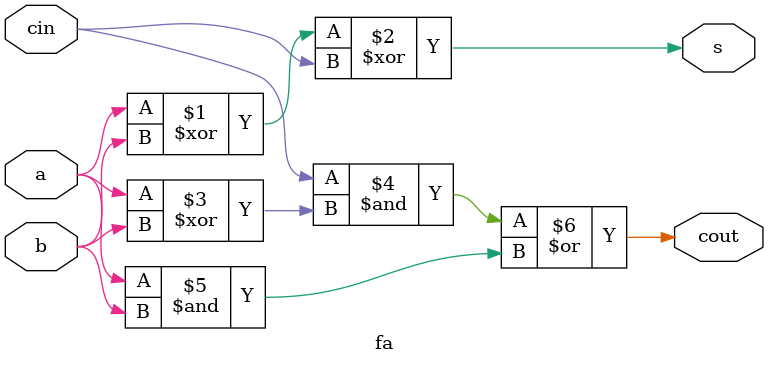
<source format=v>
module fa (
    input a, b, cin,
    output s, cout
);
    assign s = a ^ b ^ cin;
    assign cout = cin & (a ^ b) | (a & b);
endmodule

</source>
